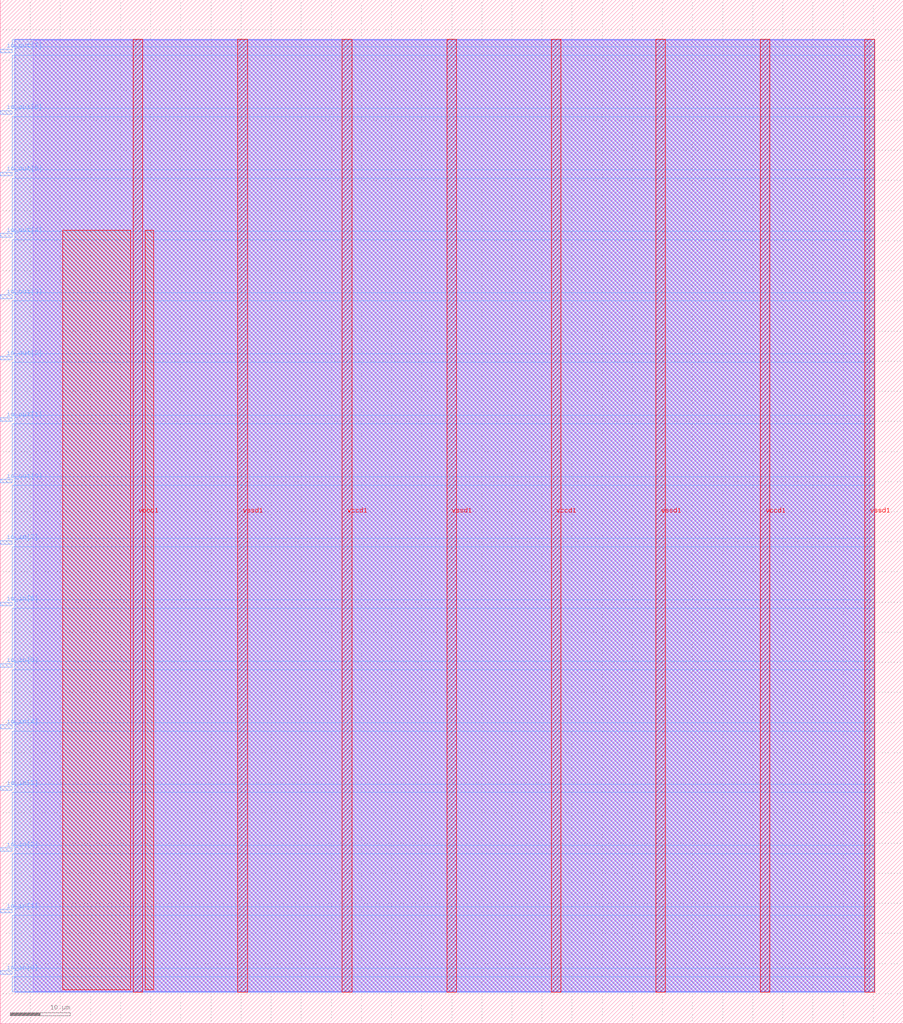
<source format=lef>
VERSION 5.7 ;
  NOWIREEXTENSIONATPIN ON ;
  DIVIDERCHAR "/" ;
  BUSBITCHARS "[]" ;
MACRO user_module_357897381919942657
  CLASS BLOCK ;
  FOREIGN user_module_357897381919942657 ;
  ORIGIN 0.000 0.000 ;
  SIZE 150.000 BY 170.000 ;
  PIN io_in[0]
    DIRECTION INPUT ;
    USE SIGNAL ;
    PORT
      LAYER met3 ;
        RECT 0.000 8.200 2.000 8.800 ;
    END
  END io_in[0]
  PIN io_in[1]
    DIRECTION INPUT ;
    USE SIGNAL ;
    PORT
      LAYER met3 ;
        RECT 0.000 18.400 2.000 19.000 ;
    END
  END io_in[1]
  PIN io_in[2]
    DIRECTION INPUT ;
    USE SIGNAL ;
    PORT
      LAYER met3 ;
        RECT 0.000 28.600 2.000 29.200 ;
    END
  END io_in[2]
  PIN io_in[3]
    DIRECTION INPUT ;
    USE SIGNAL ;
    PORT
      LAYER met3 ;
        RECT 0.000 38.800 2.000 39.400 ;
    END
  END io_in[3]
  PIN io_in[4]
    DIRECTION INPUT ;
    USE SIGNAL ;
    PORT
      LAYER met3 ;
        RECT 0.000 49.000 2.000 49.600 ;
    END
  END io_in[4]
  PIN io_in[5]
    DIRECTION INPUT ;
    USE SIGNAL ;
    PORT
      LAYER met3 ;
        RECT 0.000 59.200 2.000 59.800 ;
    END
  END io_in[5]
  PIN io_in[6]
    DIRECTION INPUT ;
    USE SIGNAL ;
    PORT
      LAYER met3 ;
        RECT 0.000 69.400 2.000 70.000 ;
    END
  END io_in[6]
  PIN io_in[7]
    DIRECTION INPUT ;
    USE SIGNAL ;
    PORT
      LAYER met3 ;
        RECT 0.000 79.600 2.000 80.200 ;
    END
  END io_in[7]
  PIN io_out[0]
    DIRECTION OUTPUT TRISTATE ;
    USE SIGNAL ;
    PORT
      LAYER met3 ;
        RECT 0.000 89.800 2.000 90.400 ;
    END
  END io_out[0]
  PIN io_out[1]
    DIRECTION OUTPUT TRISTATE ;
    USE SIGNAL ;
    PORT
      LAYER met3 ;
        RECT 0.000 100.000 2.000 100.600 ;
    END
  END io_out[1]
  PIN io_out[2]
    DIRECTION OUTPUT TRISTATE ;
    USE SIGNAL ;
    PORT
      LAYER met3 ;
        RECT 0.000 110.200 2.000 110.800 ;
    END
  END io_out[2]
  PIN io_out[3]
    DIRECTION OUTPUT TRISTATE ;
    USE SIGNAL ;
    PORT
      LAYER met3 ;
        RECT 0.000 120.400 2.000 121.000 ;
    END
  END io_out[3]
  PIN io_out[4]
    DIRECTION OUTPUT TRISTATE ;
    USE SIGNAL ;
    PORT
      LAYER met3 ;
        RECT 0.000 130.600 2.000 131.200 ;
    END
  END io_out[4]
  PIN io_out[5]
    DIRECTION OUTPUT TRISTATE ;
    USE SIGNAL ;
    PORT
      LAYER met3 ;
        RECT 0.000 140.800 2.000 141.400 ;
    END
  END io_out[5]
  PIN io_out[6]
    DIRECTION OUTPUT TRISTATE ;
    USE SIGNAL ;
    PORT
      LAYER met3 ;
        RECT 0.000 151.000 2.000 151.600 ;
    END
  END io_out[6]
  PIN io_out[7]
    DIRECTION OUTPUT TRISTATE ;
    USE SIGNAL ;
    PORT
      LAYER met3 ;
        RECT 0.000 161.200 2.000 161.800 ;
    END
  END io_out[7]
  PIN vccd1
    DIRECTION INOUT ;
    USE POWER ;
    PORT
      LAYER met4 ;
        RECT 22.085 5.200 23.685 163.440 ;
    END
    PORT
      LAYER met4 ;
        RECT 56.815 5.200 58.415 163.440 ;
    END
    PORT
      LAYER met4 ;
        RECT 91.545 5.200 93.145 163.440 ;
    END
    PORT
      LAYER met4 ;
        RECT 126.275 5.200 127.875 163.440 ;
    END
  END vccd1
  PIN vssd1
    DIRECTION INOUT ;
    USE GROUND ;
    PORT
      LAYER met4 ;
        RECT 39.450 5.200 41.050 163.440 ;
    END
    PORT
      LAYER met4 ;
        RECT 74.180 5.200 75.780 163.440 ;
    END
    PORT
      LAYER met4 ;
        RECT 108.910 5.200 110.510 163.440 ;
    END
    PORT
      LAYER met4 ;
        RECT 143.640 5.200 145.240 163.440 ;
    END
  END vssd1
  OBS
      LAYER li1 ;
        RECT 5.520 5.355 144.440 163.285 ;
      LAYER met1 ;
        RECT 2.370 5.200 145.240 163.440 ;
      LAYER met2 ;
        RECT 2.390 5.255 145.210 163.385 ;
      LAYER met3 ;
        RECT 2.000 162.200 145.230 163.365 ;
        RECT 2.400 160.800 145.230 162.200 ;
        RECT 2.000 152.000 145.230 160.800 ;
        RECT 2.400 150.600 145.230 152.000 ;
        RECT 2.000 141.800 145.230 150.600 ;
        RECT 2.400 140.400 145.230 141.800 ;
        RECT 2.000 131.600 145.230 140.400 ;
        RECT 2.400 130.200 145.230 131.600 ;
        RECT 2.000 121.400 145.230 130.200 ;
        RECT 2.400 120.000 145.230 121.400 ;
        RECT 2.000 111.200 145.230 120.000 ;
        RECT 2.400 109.800 145.230 111.200 ;
        RECT 2.000 101.000 145.230 109.800 ;
        RECT 2.400 99.600 145.230 101.000 ;
        RECT 2.000 90.800 145.230 99.600 ;
        RECT 2.400 89.400 145.230 90.800 ;
        RECT 2.000 80.600 145.230 89.400 ;
        RECT 2.400 79.200 145.230 80.600 ;
        RECT 2.000 70.400 145.230 79.200 ;
        RECT 2.400 69.000 145.230 70.400 ;
        RECT 2.000 60.200 145.230 69.000 ;
        RECT 2.400 58.800 145.230 60.200 ;
        RECT 2.000 50.000 145.230 58.800 ;
        RECT 2.400 48.600 145.230 50.000 ;
        RECT 2.000 39.800 145.230 48.600 ;
        RECT 2.400 38.400 145.230 39.800 ;
        RECT 2.000 29.600 145.230 38.400 ;
        RECT 2.400 28.200 145.230 29.600 ;
        RECT 2.000 19.400 145.230 28.200 ;
        RECT 2.400 18.000 145.230 19.400 ;
        RECT 2.000 9.200 145.230 18.000 ;
        RECT 2.400 7.800 145.230 9.200 ;
        RECT 2.000 5.275 145.230 7.800 ;
      LAYER met4 ;
        RECT 10.415 5.615 21.685 131.745 ;
        RECT 24.085 5.615 25.465 131.745 ;
  END
END user_module_357897381919942657
END LIBRARY


</source>
